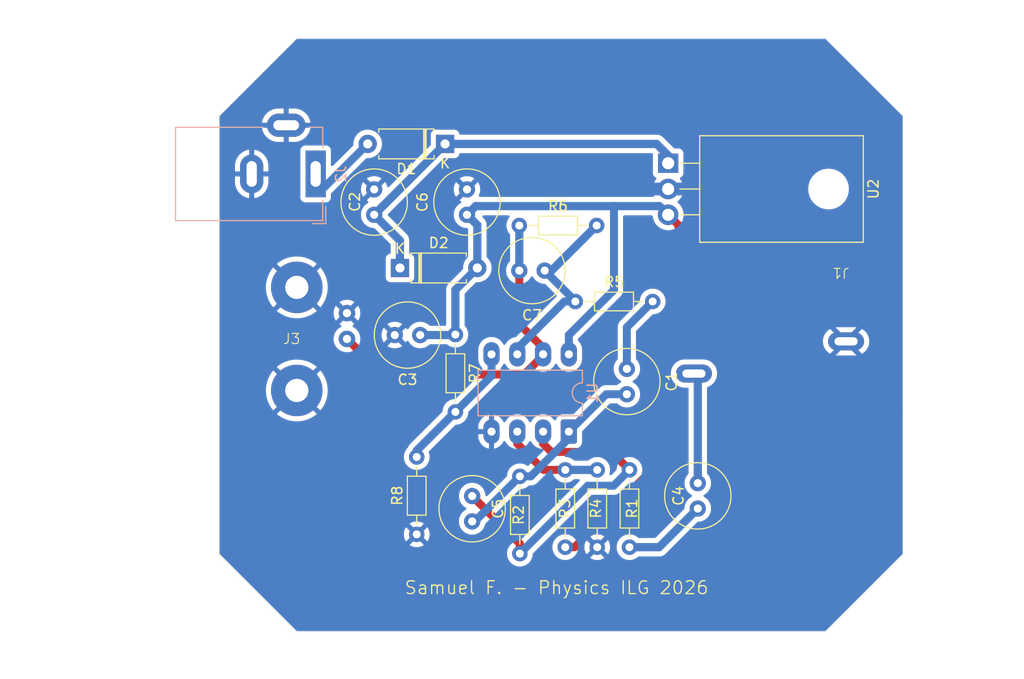
<source format=kicad_pcb>
(kicad_pcb (version 20241229) (generator "pcbnew") (generator_version "9.0")
  (layers (0 "F.Cu" signal) (2 "B.Cu" signal) (13 "F.Paste" user) (15 "B.Paste" user) (5 "F.SilkS" user "F.Silkscreen") (7 "B.SilkS" user "B.Silkscreen") (1 "F.Mask" user) (3 "B.Mask" user) (25 "Edge.Cuts" user))
  (net 0 "")
  (net 1 "Net-(C1-Pad2)")
  (net 2 "Net-(C1-Pad1)")
  (net 3 "Net-(D1-K)")
  (net 4 "GND")
  (net 5 "+5V")
  (net 6 "Net-(C4-Pad1)")
  (net 7 "Net-(C4-Pad2)")
  (net 8 "Net-(U1A--)")
  (net 9 "Net-(U1B--)")
  (net 10 "Net-(J3-In)")
  (net 11 "Net-(D1-A)")
  (net 12 "Net-(U1A-+)")
  (net 13 "Net-(U1B-+)")
  (footprint "Library:BNC jack" (layer "F.Cu") (at 129.54 95.63825)
    (property "Reference" "J3" (at 0 0 0) (layer "F.SilkS") (effects (font (thickness 0.1))))
    (property "Value" "Conn_Coaxial")
    (fp_line (start -7.112 -7.874) (end -7.112 7.874) (stroke (width 0.05)) (layer "Edge.Cuts"))
    (pad "1" thru_hole circle (at 5.4483 0 180) (size 1.6256 1.6256) (drill 0.8128) (layers "*.Cu" "*.Mask") (net 10 "Net-(J3-In)"))
    (pad "2" thru_hole circle (at 0.508 -5.08 180) (size 5.08 5.08) (drill 2.286) (layers "*.Cu" "*.Mask") (net 4 "GND"))
    (pad "2" thru_hole circle (at 0.508 5.08 180) (size 5.08 5.08) (drill 2.286) (layers "*.Cu" "*.Mask") (net 4 "GND"))
    (pad "2" thru_hole circle (at 5.4483 -2.54 180) (size 1.6256 1.6256) (drill 0.8128) (layers "*.Cu" "*.Mask") (net 4 "GND"))
  )
  (footprint "Capacitor_THT:C_Radial_D6.3mm_H5.0mm_P2.50mm" (layer "F.Cu") (at 147.32 111.127605 -90)
    (property "Reference" "C5" (at 1.25 -2.54 90) (layer "F.SilkS"))
    (property "Value" "100pF")
    (fp_circle (center 1.25 0) (end 4.52 0) (stroke (width 0.12)) (fill no) (layer "F.SilkS"))
    (pad "1" thru_hole circle (at 0 0 270) (size 1.6 1.6) (drill 0.8) (layers "*.Cu" "*.Mask") (net 8 "Net-(U1A--)"))
    (pad "2" thru_hole circle (at 2.5 0 270) (size 1.6 1.6) (drill 0.8) (layers "*.Cu" "*.Mask") (net 1 "Net-(C1-Pad2)"))
  )
  (footprint "Resistor_THT:R_Axial_DIN0204_L3.6mm_D1.6mm_P7.62mm_Horizontal" (layer "F.Cu") (at 156.489 116.167605 90)
    (property "Reference" "R3" (at 3.81 -0.025 90) (layer "F.SilkS"))
    (property "Value" "10k")
    (fp_line (start 5.73 -0.92) (end 1.89 -0.92) (stroke (width 0.12)) (layer "F.SilkS"))
    (fp_line (start 1.89 -0.92) (end 1.89 0.92) (stroke (width 0.12)) (layer "F.SilkS"))
    (fp_line (start 6.68 0) (end 5.73 0) (stroke (width 0.12)) (layer "F.SilkS"))
    (fp_line (start 0.94 0) (end 1.89 0) (stroke (width 0.12)) (layer "F.SilkS"))
    (fp_line (start 5.73 0.92) (end 5.73 -0.92) (stroke (width 0.12)) (layer "F.SilkS"))
    (fp_line (start 1.89 0.92) (end 5.73 0.92) (stroke (width 0.12)) (layer "F.SilkS"))
    (pad "1" thru_hole circle (at 0 0 90) (size 1.524 1.524) (drill 0.7874) (layers "*.Cu" "*.Mask") (net 5 "+5V"))
    (pad "2" thru_hole circle (at 7.62 0 90) (size 1.524 1.524) (drill 0.7874) (layers "*.Cu" "*.Mask") (net 12 "Net-(U1A-+)"))
  )
  (footprint "Resistor_THT:R_Axial_DIN0204_L3.6mm_D1.6mm_P7.62mm_Horizontal" (layer "F.Cu") (at 141.859 114.897605 90)
    (property "Reference" "R8" (at 3.81 -1.92 90) (layer "F.SilkS"))
    (property "Value" "10k")
    (fp_line (start 5.73 -0.92) (end 1.89 -0.92) (stroke (width 0.12)) (layer "F.SilkS"))
    (fp_line (start 1.89 -0.92) (end 1.89 0.92) (stroke (width 0.12)) (layer "F.SilkS"))
    (fp_line (start 6.68 0) (end 5.73 0) (stroke (width 0.12)) (layer "F.SilkS"))
    (fp_line (start 0.94 0) (end 1.89 0) (stroke (width 0.12)) (layer "F.SilkS"))
    (fp_line (start 5.73 0.92) (end 5.73 -0.92) (stroke (width 0.12)) (layer "F.SilkS"))
    (fp_line (start 1.89 0.92) (end 5.73 0.92) (stroke (width 0.12)) (layer "F.SilkS"))
    (pad "1" thru_hole circle (at 0 0 90) (size 1.524 1.524) (drill 0.7874) (layers "*.Cu" "*.Mask") (net 4 "GND"))
    (pad "2" thru_hole circle (at 7.62 0 90) (size 1.524 1.524) (drill 0.7874) (layers "*.Cu" "*.Mask") (net 13 "Net-(U1B-+)"))
  )
  (footprint "Package_TO_SOT_THT:TO-220F-3_Horizontal_TabDown" (layer "F.Cu") (at 166.624 78.321605 -90)
    (property "Reference" "U2" (at 2.54 -20.22 90) (layer "F.SilkS"))
    (property "Value" "L7805")
    (fp_line (start -2.71 -3.11) (end 7.79 -3.11) (stroke (width 0.12)) (layer "F.SilkS"))
    (fp_line (start 0 -3.11) (end 0 -1.15) (stroke (width 0.12)) (layer "F.SilkS"))
    (fp_line (start 2.54 -3.11) (end 2.54 -1.15) (stroke (width 0.12)) (layer "F.SilkS"))
    (fp_line (start 5.08 -3.11) (end 5.08 -1.15) (stroke (width 0.12)) (layer "F.SilkS"))
    (fp_line (start -2.71 -19.22) (end -2.71 -3.11) (stroke (width 0.12)) (layer "F.SilkS"))
    (fp_line (start -2.71 -19.22) (end 7.79 -19.22) (stroke (width 0.12)) (layer "F.SilkS"))
    (fp_line (start 7.79 -19.22) (end 7.79 -3.11) (stroke (width 0.12)) (layer "F.SilkS"))
    (pad "" np_thru_hole circle (at 2.54 -15.8 270) (size 3.5 3.5) (drill 3.5) (layers "*.Cu" "*.Mask"))
    (pad "1" thru_hole rect (at 0 0 270) (size 1.905 2) (drill 1.2) (layers "*.Cu" "*.Mask") (net 3 "Net-(D1-K)"))
    (pad "2" thru_hole circle (at 2.54 0 270) (size 2.032 2.032) (drill 1.2) (layers "*.Cu" "*.Mask") (net 4 "GND") (thermal_bridge_width 1.27))
    (pad "3" thru_hole circle (at 5.08 0 270) (size 2.032 2.032) (drill 1.2) (layers "*.Cu" "*.Mask") (net 5 "+5V"))
  )
  (footprint "Resistor_THT:R_Axial_DIN0204_L3.6mm_D1.6mm_P7.62mm_Horizontal" (layer "F.Cu") (at 162.814 116.167605 90)
    (property "Reference" "R1" (at 3.81 0.254 90) (layer "F.SilkS"))
    (property "Value" "10k")
    (fp_line (start 5.73 -0.92) (end 1.89 -0.92) (stroke (width 0.12)) (layer "F.SilkS"))
    (fp_line (start 1.89 -0.92) (end 1.89 0.92) (stroke (width 0.12)) (layer "F.SilkS"))
    (fp_line (start 6.68 0) (end 5.73 0) (stroke (width 0.12)) (layer "F.SilkS"))
    (fp_line (start 0.94 0) (end 1.89 0) (stroke (width 0.12)) (layer "F.SilkS"))
    (fp_line (start 5.73 0.92) (end 5.73 -0.92) (stroke (width 0.12)) (layer "F.SilkS"))
    (fp_line (start 1.89 0.92) (end 5.73 0.92) (stroke (width 0.12)) (layer "F.SilkS"))
    (pad "1" thru_hole circle (at 0 0 90) (size 1.524 1.524) (drill 0.7874) (layers "*.Cu" "*.Mask") (net 6 "Net-(C4-Pad1)"))
    (pad "2" thru_hole circle (at 7.62 0 90) (size 1.524 1.524) (drill 0.7874) (layers "*.Cu" "*.Mask") (net 8 "Net-(U1A--)"))
  )
  (footprint "Library:quarter inch microphone jack" (layer "F.Cu") (at 183.642 88.63875 180)
    (property "Reference" "J1" (at 0 -0.5 180) (layer "F.SilkS") (effects (font (thickness 0.1))))
    (property "Value" "AudioJack2")
    (fp_line (start -6.096 -14.224) (end -6.096 -0.254) (stroke (width 0.05)) (layer "Edge.Cuts"))
    (pad "S" thru_hole oval (at -0.508 -7.239 270) (size 1.778 3.556) (drill oval 0.8128 2.286) (layers "*.Cu" "*.Mask") (net 4 "GND"))
    (pad "T" thru_hole oval (at 14.478 -10.414 270) (size 1.778 3.556) (drill oval 0.8128 2.286) (layers "*.Cu" "*.Mask") (net 7 "Net-(C4-Pad2)"))
  )
  (footprint "Resistor_THT:R_Axial_DIN0204_L3.6mm_D1.6mm_P7.62mm_Horizontal" (layer "F.Cu") (at 157.48 91.948)
    (property "Reference" "R5" (at 3.81 -1.92 0) (layer "F.SilkS"))
    (property "Value" "10k")
    (fp_line (start 0.94 0) (end 1.89 0) (stroke (width 0.12)) (layer "F.SilkS"))
    (fp_line (start 1.89 -0.92) (end 1.89 0.92) (stroke (width 0.12)) (layer "F.SilkS"))
    (fp_line (start 1.89 0.92) (end 5.73 0.92) (stroke (width 0.12)) (layer "F.SilkS"))
    (fp_line (start 5.73 -0.92) (end 1.89 -0.92) (stroke (width 0.12)) (layer "F.SilkS"))
    (fp_line (start 5.73 0.92) (end 5.73 -0.92) (stroke (width 0.12)) (layer "F.SilkS"))
    (fp_line (start 6.68 0) (end 5.73 0) (stroke (width 0.12)) (layer "F.SilkS"))
    (pad "1" thru_hole circle (at 0 0) (size 1.524 1.524) (drill 0.7874) (layers "*.Cu" "*.Mask") (net 9 "Net-(U1B--)"))
    (pad "2" thru_hole circle (at 7.62 0) (size 1.524 1.524) (drill 0.7874) (layers "*.Cu" "*.Mask") (net 2 "Net-(C1-Pad1)"))
  )
  (footprint "Resistor_THT:R_Axial_DIN0204_L3.6mm_D1.6mm_P7.62mm_Horizontal" (layer "F.Cu") (at 152.019 109.182605 -90)
    (property "Reference" "R2" (at 3.81 0.127 90) (layer "F.SilkS"))
    (property "Value" "100k")
    (fp_line (start 1.89 0.92) (end 5.73 0.92) (stroke (width 0.12)) (layer "F.SilkS"))
    (fp_line (start 5.73 0.92) (end 5.73 -0.92) (stroke (width 0.12)) (layer "F.SilkS"))
    (fp_line (start 0.94 0) (end 1.89 0) (stroke (width 0.12)) (layer "F.SilkS"))
    (fp_line (start 6.68 0) (end 5.73 0) (stroke (width 0.12)) (layer "F.SilkS"))
    (fp_line (start 1.89 -0.92) (end 1.89 0.92) (stroke (width 0.12)) (layer "F.SilkS"))
    (fp_line (start 5.73 -0.92) (end 1.89 -0.92) (stroke (width 0.12)) (layer "F.SilkS"))
    (pad "1" thru_hole circle (at 0 0 270) (size 1.524 1.524) (drill 0.7874) (layers "*.Cu" "*.Mask") (net 1 "Net-(C1-Pad2)"))
    (pad "2" thru_hole circle (at 7.62 0 270) (size 1.524 1.524) (drill 0.7874) (layers "*.Cu" "*.Mask") (net 8 "Net-(U1A--)"))
  )
  (footprint "Capacitor_THT:C_Radial_D6.3mm_H5.0mm_P2.50mm" (layer "F.Cu") (at 146.812 83.401605 90)
    (property "Reference" "C6" (at 1.25 -4.4 90) (layer "F.SilkS"))
    (property "Value" "0.1uF")
    (fp_circle (center 1.25 0) (end 4.52 0) (stroke (width 0.12)) (fill no) (layer "F.SilkS"))
    (pad "1" thru_hole circle (at 0 0 90) (size 1.6 1.6) (drill 0.8) (layers "*.Cu" "*.Mask") (net 5 "+5V"))
    (pad "2" thru_hole circle (at 2.5 0 90) (size 1.6 1.6) (drill 0.8) (layers "*.Cu" "*.Mask") (net 4 "GND"))
  )
  (footprint "Diode_THT:D_A-405_P7.62mm_Horizontal" (layer "F.Cu") (at 140.208 88.646)
    (property "Reference" "D2" (at 3.81 -2.47 0) (layer "F.SilkS"))
    (property "Value" "D")
    (fp_line (start 1.09 -1.47) (end 6.53 -1.47) (stroke (width 0.12)) (layer "F.SilkS"))
    (fp_line (start 1.09 -1.14) (end 1.09 -1.47) (stroke (width 0.12)) (layer "F.SilkS"))
    (fp_line (start 1.09 1.14) (end 1.09 1.47) (stroke (width 0.12)) (layer "F.SilkS"))
    (fp_line (start 1.09 1.47) (end 6.53 1.47) (stroke (width 0.12)) (layer "F.SilkS"))
    (fp_line (start 1.87 -1.47) (end 1.87 1.47) (stroke (width 0.12)) (layer "F.SilkS"))
    (fp_line (start 1.99 -1.47) (end 1.99 1.47) (stroke (width 0.12)) (layer "F.SilkS"))
    (fp_line (start 2.11 -1.47) (end 2.11 1.47) (stroke (width 0.12)) (layer "F.SilkS"))
    (fp_line (start 6.53 -1.47) (end 6.53 -1.14) (stroke (width 0.12)) (layer "F.SilkS"))
    (fp_line (start 6.53 1.47) (end 6.53 1.14) (stroke (width 0.12)) (layer "F.SilkS"))
    (fp_text user "K" (at 0 -1.9 0) (layer "F.SilkS"))
    (pad "1" thru_hole rect (at 0 0) (size 1.8 1.8) (drill 0.9) (layers "*.Cu" "*.Mask") (net 3 "Net-(D1-K)"))
    (pad "2" thru_hole oval (at 7.62 0) (size 1.8 1.8) (drill 0.9) (layers "*.Cu" "*.Mask") (net 5 "+5V"))
  )
  (footprint "Resistor_THT:R_Axial_DIN0204_L3.6mm_D1.6mm_P7.62mm_Horizontal" (layer "F.Cu") (at 151.964 84.457605)
    (property "Reference" "R6" (at 3.81 -1.92 0) (layer "F.SilkS"))
    (property "Value" "100k")
    (fp_line (start 0.94 0) (end 1.89 0) (stroke (width 0.12)) (layer "F.SilkS"))
    (fp_line (start 1.89 -0.92) (end 1.89 0.92) (stroke (width 0.12)) (layer "F.SilkS"))
    (fp_line (start 1.89 0.92) (end 5.73 0.92) (stroke (width 0.12)) (layer "F.SilkS"))
    (fp_line (start 5.73 -0.92) (end 1.89 -0.92) (stroke (width 0.12)) (layer "F.SilkS"))
    (fp_line (start 5.73 0.92) (end 5.73 -0.92) (stroke (width 0.12)) (layer "F.SilkS"))
    (fp_line (start 6.68 0) (end 5.73 0) (stroke (width 0.12)) (layer "F.SilkS"))
    (pad "1" thru_hole circle (at 0 0) (size 1.524 1.524) (drill 0.7874) (layers "*.Cu" "*.Mask") (net 10 "Net-(J3-In)"))
    (pad "2" thru_hole circle (at 7.62 0) (size 1.524 1.524) (drill 0.7874) (layers "*.Cu" "*.Mask") (net 9 "Net-(U1B--)"))
  )
  (footprint "Capacitor_THT:C_Radial_D6.3mm_H5.0mm_P2.50mm" (layer "F.Cu") (at 137.668 83.401605 90)
    (property "Reference" "C2" (at 1.27 -1.905 90) (layer "F.SilkS"))
    (property "Value" "0.22uF")
    (fp_circle (center 1.25 0) (end 4.52 0) (stroke (width 0.12)) (fill no) (layer "F.SilkS"))
    (pad "1" thru_hole circle (at 0 0 90) (size 1.6 1.6) (drill 0.8) (layers "*.Cu" "*.Mask") (net 3 "Net-(D1-K)"))
    (pad "2" thru_hole circle (at 2.5 0 90) (size 1.6 1.6) (drill 0.8) (layers "*.Cu" "*.Mask") (net 4 "GND"))
  )
  (footprint "Capacitor_THT:C_Radial_D6.3mm_H5.0mm_P2.50mm" (layer "F.Cu") (at 154.464 88.902605 180)
    (property "Reference" "C7" (at 1.25 -4.4 0) (layer "F.SilkS"))
    (property "Value" "100pF")
    (fp_circle (center 1.25 0) (end 4.52 0) (stroke (width 0.12)) (fill no) (layer "F.SilkS"))
    (pad "1" thru_hole circle (at 0 0 180) (size 1.6 1.6) (drill 0.8) (layers "*.Cu" "*.Mask") (net 9 "Net-(U1B--)"))
    (pad "2" thru_hole circle (at 2.5 0 180) (size 1.6 1.6) (drill 0.8) (layers "*.Cu" "*.Mask") (net 10 "Net-(J3-In)"))
  )
  (footprint "Capacitor_THT:C_Radial_D6.3mm_H5.0mm_P2.50mm" (layer "F.Cu") (at 142.2 95.257735 180)
    (property "Reference" "C3" (at 1.25 -4.4 0) (layer "F.SilkS"))
    (property "Value" "0.22uF")
    (fp_circle (center 1.25 0) (end 4.52 0) (stroke (width 0.12)) (fill no) (layer "F.SilkS"))
    (pad "1" thru_hole circle (at 0 0 180) (size 1.6 1.6) (drill 0.8) (layers "*.Cu" "*.Mask") (net 5 "+5V"))
    (pad "2" thru_hole circle (at 2.5 0 180) (size 1.6 1.6) (drill 0.8) (layers "*.Cu" "*.Mask") (net 4 "GND"))
  )
  (footprint "Diode_THT:D_A-405_P7.62mm_Horizontal" (layer "F.Cu") (at 144.653 76.416605 180)
    (property "Reference" "D1" (at 3.81 -2.47 0) (layer "F.SilkS"))
    (property "Value" "D")
    (fp_line (start 6.53 1.47) (end 6.53 1.14) (stroke (width 0.12)) (layer "F.SilkS"))
    (fp_line (start 6.53 -1.47) (end 6.53 -1.14) (stroke (width 0.12)) (layer "F.SilkS"))
    (fp_line (start 2.11 -1.47) (end 2.11 1.47) (stroke (width 0.12)) (layer "F.SilkS"))
    (fp_line (start 1.99 -1.47) (end 1.99 1.47) (stroke (width 0.12)) (layer "F.SilkS"))
    (fp_line (start 1.87 -1.47) (end 1.87 1.47) (stroke (width 0.12)) (layer "F.SilkS"))
    (fp_line (start 1.09 1.47) (end 6.53 1.47) (stroke (width 0.12)) (layer "F.SilkS"))
    (fp_line (start 1.09 1.14) (end 1.09 1.47) (stroke (width 0.12)) (layer "F.SilkS"))
    (fp_line (start 1.09 -1.14) (end 1.09 -1.47) (stroke (width 0.12)) (layer "F.SilkS"))
    (fp_line (start 1.09 -1.47) (end 6.53 -1.47) (stroke (width 0.12)) (layer "F.SilkS"))
    (fp_text user "K" (at 0 -1.9 0) (layer "F.SilkS"))
    (pad "1" thru_hole rect (at 0 0 180) (size 1.8 1.8) (drill 0.9) (layers "*.Cu" "*.Mask") (net 3 "Net-(D1-K)"))
    (pad "2" thru_hole oval (at 7.62 0 180) (size 1.8 1.8) (drill 0.9) (layers "*.Cu" "*.Mask") (net 11 "Net-(D1-A)"))
  )
  (footprint "Resistor_THT:R_Axial_DIN0204_L3.6mm_D1.6mm_P7.62mm_Horizontal" (layer "F.Cu") (at 159.639 116.167605 90)
    (property "Reference" "R4" (at 3.81 -0.127 90) (layer "F.SilkS"))
    (property "Value" "10k")
    (fp_line (start 5.73 -0.92) (end 1.89 -0.92) (stroke (width 0.12)) (layer "F.SilkS"))
    (fp_line (start 1.89 -0.92) (end 1.89 0.92) (stroke (width 0.12)) (layer "F.SilkS"))
    (fp_line (start 6.68 0) (end 5.73 0) (stroke (width 0.12)) (layer "F.SilkS"))
    (fp_line (start 0.94 0) (end 1.89 0) (stroke (width 0.12)) (layer "F.SilkS"))
    (fp_line (start 5.73 0.92) (end 5.73 -0.92) (stroke (width 0.12)) (layer "F.SilkS"))
    (fp_line (start 1.89 0.92) (end 5.73 0.92) (stroke (width 0.12)) (layer "F.SilkS"))
    (pad "1" thru_hole circle (at 0 0 90) (size 1.524 1.524) (drill 0.7874) (layers "*.Cu" "*.Mask") (net 4 "GND"))
    (pad "2" thru_hole circle (at 7.62 0 90) (size 1.524 1.524) (drill 0.7874) (layers "*.Cu" "*.Mask") (net 12 "Net-(U1A-+)"))
  )
  (footprint "Capacitor_THT:C_Radial_D6.3mm_H5.0mm_P2.50mm" (layer "F.Cu") (at 162.56 98.592 -90)
    (property "Reference" "C1" (at 1.25 -4.4 90) (layer "F.SilkS"))
    (property "Value" "1uF")
    (fp_circle (center 1.25 0) (end 4.52 0) (stroke (width 0.12)) (fill no) (layer "F.SilkS"))
    (pad "1" thru_hole circle (at 0 0 270) (size 1.6 1.6) (drill 0.8) (layers "*.Cu" "*.Mask") (net 2 "Net-(C1-Pad1)"))
    (pad "2" thru_hole circle (at 2.5 0 270) (size 1.6 1.6) (drill 0.8) (layers "*.Cu" "*.Mask") (net 1 "Net-(C1-Pad2)"))
  )
  (footprint "Resistor_THT:R_Axial_DIN0204_L3.6mm_D1.6mm_P7.62mm_Horizontal" (layer "F.Cu") (at 145.669 95.212605 -90)
    (property "Reference" "R7" (at 3.81 -1.92 90) (layer "F.SilkS"))
    (property "Value" "10k")
    (fp_line (start 1.89 0.92) (end 5.73 0.92) (stroke (width 0.12)) (layer "F.SilkS"))
    (fp_line (start 5.73 0.92) (end 5.73 -0.92) (stroke (width 0.12)) (layer "F.SilkS"))
    (fp_line (start 0.94 0) (end 1.89 0) (stroke (width 0.12)) (layer "F.SilkS"))
    (fp_line (start 6.68 0) (end 5.73 0) (stroke (width 0.12)) (layer "F.SilkS"))
    (fp_line (start 1.89 -0.92) (end 1.89 0.92) (stroke (width 0.12)) (layer "F.SilkS"))
    (fp_line (start 5.73 -0.92) (end 1.89 -0.92) (stroke (width 0.12)) (layer "F.SilkS"))
    (pad "1" thru_hole circle (at 0 0 270) (size 1.524 1.524) (drill 0.7874) (layers "*.Cu" "*.Mask") (net 5 "+5V"))
    (pad "2" thru_hole circle (at 7.62 0 270) (size 1.524 1.524) (drill 0.7874) (layers "*.Cu" "*.Mask") (net 13 "Net-(U1B-+)"))
  )
  (footprint "Capacitor_THT:C_Radial_D6.3mm_H5.0mm_P2.50mm" (layer "F.Cu") (at 169.545 112.357605 90)
    (property "Reference" "C4" (at 1.25 -1.905 90) (layer "F.SilkS"))
    (property "Value" "1uF")
    (fp_circle (center 1.25 0) (end 4.52 0) (stroke (width 0.12)) (fill no) (layer "F.SilkS"))
    (pad "1" thru_hole circle (at 0 0 90) (size 1.6 1.6) (drill 0.8) (layers "*.Cu" "*.Mask") (net 6 "Net-(C4-Pad1)"))
    (pad "2" thru_hole circle (at 2.5 0 90) (size 1.6 1.6) (drill 0.8) (layers "*.Cu" "*.Mask") (net 7 "Net-(C4-Pad2)"))
  )
  (footprint "Connector_BarrelJack:BarrelJack_GCT_DCJ200-10-A_Horizontal" (layer "B.Cu") (at 131.903 79.375 90)
    (property "Reference" "J2" (at 0 2.5 90) (layer "B.SilkS") (effects (justify mirror)))
    (property "Value" "Barrel_Jack_Switch")
    (fp_line (start 4.6 -13.8) (end -4.6 -13.8) (stroke (width 0.12)) (layer "B.SilkS"))
    (fp_line (start -4.6 -13.8) (end -4.6 0.7) (stroke (width 0.12)) (layer "B.SilkS"))
    (fp_line (start 4.6 -5.2) (end 4.6 -13.8) (stroke (width 0.12)) (layer "B.SilkS"))
    (fp_line (start 4.6 0.7) (end 4.6 -0.6) (stroke (width 0.12)) (layer "B.SilkS"))
    (fp_line (start 2.6 0.7) (end 4.6 0.7) (stroke (width 0.12)) (layer "B.SilkS"))
    (fp_line (start -4.6 0.7) (end -2.6 0.7) (stroke (width 0.12)) (layer "B.SilkS"))
    (fp_line (start -3.2 1) (end -4.9 1) (stroke (width 0.12)) (layer "B.SilkS"))
    (fp_line (start -4.9 1) (end -4.9 -0.3) (stroke (width 0.12)) (layer "B.SilkS"))
    (pad "1" thru_hole rect (at 0 0 90) (size 4.6 2) (drill oval 2.54 1.016) (layers "*.Cu" "*.Mask") (net 11 "Net-(D1-A)"))
    (pad "2" thru_hole oval (at 0 -6.3) (size 2.286 3.81) (drill oval 1.016 2.54) (layers "*.Cu" "*.Mask") (net 4 "GND"))
    (pad "3" thru_hole oval (at 4.8 -2.9 90) (size 2.286 3.81) (drill oval 1 2.54) (layers "*.Cu" "*.Mask") (net 4 "GND"))
  )
  (footprint "Package_DIP:DIP-8_W7.62mm_LongPads" (layer "B.Cu") (at 156.845 104.775 90)
    (property "Reference" "U1" (at 3.81 2.33 90) (layer "B.SilkS") (effects (justify mirror)))
    (property "Value" "LM358")
    (fp_line (start 6.06 -8.95) (end 6.06 1.33) (stroke (width 0.12)) (layer "B.SilkS"))
    (fp_line (start 1.56 -8.95) (end 6.06 -8.95) (stroke (width 0.12)) (layer "B.SilkS"))
    (fp_line (start 6.06 1.33) (end 4.81 1.33) (stroke (width 0.12)) (layer "B.SilkS"))
    (fp_line (start 2.81 1.33) (end 1.56 1.33) (stroke (width 0.12)) (layer "B.SilkS"))
    (fp_line (start 1.56 1.33) (end 1.56 -8.95) (stroke (width 0.12)) (layer "B.SilkS"))
    (fp_arc (start 2.81 1.33) (mid 3.81 0.33) (end 4.81 1.33) (stroke (width 0.12)) (layer "B.SilkS"))
    (pad "1" thru_hole roundrect (at 0 0 90) (size 2.4 1.6) (drill 0.8) (layers "*.Cu" "*.Mask") (roundrect_rratio 0.15625) (net 1 "Net-(C1-Pad2)"))
    (pad "2" thru_hole oval (at 0 -2.54 90) (size 2.4 1.6) (drill 0.8) (layers "*.Cu" "*.Mask") (net 8 "Net-(U1A--)"))
    (pad "3" thru_hole oval (at 0 -5.08 90) (size 2.4 1.6) (drill 0.8) (layers "*.Cu" "*.Mask") (net 12 "Net-(U1A-+)"))
    (pad "4" thru_hole oval (at 0 -7.62 90) (size 2.4 1.6) (drill 0.8) (layers "*.Cu" "*.Mask") (net 4 "GND"))
    (pad "5" thru_hole oval (at 7.62 -7.62 90) (size 2.4 1.6) (drill 0.8) (layers "*.Cu" "*.Mask") (net 13 "Net-(U1B-+)"))
    (pad "6" thru_hole oval (at 7.62 -5.08 90) (size 2.4 1.6) (drill 0.8) (layers "*.Cu" "*.Mask") (net 9 "Net-(U1B--)"))
    (pad "7" thru_hole oval (at 7.62 -2.54 90) (size 2.4 1.6) (drill 0.8) (layers "*.Cu" "*.Mask") (net 10 "Net-(J3-In)"))
    (pad "8" thru_hole oval (at 7.62 0 90) (size 2.4 1.6) (drill 0.8) (layers "*.Cu" "*.Mask") (net 5 "+5V"))
  )
  (gr_line (start 130.048 66.04) (end 122.428 73.66) (stroke (width 0.05)) (layer "Edge.Cuts"))
  (gr_line (start 189.738 88.89275) (end 189.738 73.66) (stroke (width 0.05)) (layer "Edge.Cuts"))
  (gr_line (start 122.428 103.51225) (end 122.428 116.84) (stroke (width 0.05)) (layer "Edge.Cuts"))
  (gr_line (start 182.118 66.04) (end 189.738 73.66) (stroke (width 0.05)) (layer "Edge.Cuts"))
  (gr_line (start 189.738 102.86275) (end 189.738 116.84) (stroke (width 0.05)) (layer "Edge.Cuts"))
  (gr_line (start 182.118 124.46) (end 130.048 124.46) (stroke (width 0.05)) (layer "Edge.Cuts"))
  (gr_line (start 130.048 124.46) (end 122.428 116.84) (stroke (width 0.05)) (layer "Edge.Cuts"))
  (gr_line (start 130.048 66.04) (end 182.118 66.04) (stroke (width 0.05)) (layer "Edge.Cuts"))
  (gr_line (start 122.428 87.76425) (end 122.428 73.66) (stroke (width 0.05)) (layer "Edge.Cuts"))
  (gr_line (start 182.118 124.46) (end 189.738 116.84) (stroke (width 0.05)) (layer "Edge.Cuts"))
  (gr_text "Samuel F. - Physics ILG 2026" (at 170.688 120.904 0) (layer "F.SilkS") (effects (font (size 1.27 1.27) (thickness 0.127)) (justify right bottom)))
  (segment (start 147.574 113.627605) (end 152.019 109.182605) (width 0.7874) (layer "B.Cu") (net 1))
  (segment (start 152.019 109.182605) (end 153.09663 109.182605) (width 0.7874) (layer "B.Cu") (net 1))
  (segment (start 153.09663 109.182605) (end 156.845 105.434235) (width 0.7874) (layer "B.Cu") (net 1))
  (segment (start 162.56 101.092) (end 160.528 101.092) (width 0.7874) (layer "B.Cu") (net 1))
  (segment (start 160.528 101.092) (end 156.845 104.775) (width 0.7874) (layer "B.Cu") (net 1))
  (segment (start 147.32 113.627605) (end 147.574 113.627605) (width 0.7874) (layer "B.Cu") (net 1))
  (segment (start 156.845 105.434235) (end 156.845 104.775) (width 0.7874) (layer "B.Cu") (net 1))
  (segment (start 162.56 94.488) (end 165.1 91.948) (width 0.7874) (layer "B.Cu") (net 2))
  (segment (start 162.56 98.592) (end 162.56 94.488) (width 0.7874) (layer "B.Cu") (net 2))
  (segment (start 165.481 76.416605) (end 166.624 77.559605) (width 0.8128) (layer "B.Cu") (net 3))
  (segment (start 140.208 88.646) (end 140.208 85.941605) (width 0.8128) (layer "B.Cu") (net 3))
  (segment (start 137.668 83.401605) (end 144.653 76.416605) (width 0.8128) (layer "B.Cu") (net 3))
  (segment (start 140.208 85.941605) (end 137.668 83.401605) (width 0.8128) (layer "B.Cu") (net 3))
  (segment (start 144.653 76.416605) (end 165.481 76.416605) (width 0.8128) (layer "B.Cu") (net 3))
  (segment (start 166.624 77.559605) (end 166.624 78.321605) (width 0.8128) (layer "B.Cu") (net 3))
  (segment (start 167.639999 93.980001) (end 167.639999 84.417604) (width 0.7874) (layer "F.Cu") (net 5))
  (segment (start 157.404557 116.167605) (end 165.735 107.837162) (width 0.7874) (layer "F.Cu") (net 5))
  (segment (start 167.639999 84.417604) (end 166.624 83.401605) (width 0.7874) (layer "F.Cu") (net 5))
  (segment (start 156.489 116.167605) (end 157.404557 116.167605) (width 0.7874) (layer "F.Cu") (net 5))
  (segment (start 165.735 95.885) (end 167.639999 93.980001) (width 0.7874) (layer "F.Cu") (net 5))
  (segment (start 165.735 107.837162) (end 165.735 95.885) (width 0.7874) (layer "F.Cu") (net 5))
  (segment (start 147.665157 82.548448) (end 161.29 82.548448) (width 0.8128) (layer "B.Cu") (net 5))
  (segment (start 161.29 82.548448) (end 165.770843 82.548448) (width 0.8128) (layer "B.Cu") (net 5))
  (segment (start 145.62387 95.257735) (end 145.669 95.212605) (width 0.8128) (layer "B.Cu") (net 5))
  (segment (start 156.845 95.25) (end 161.29 90.805) (width 0.7874) (layer "B.Cu") (net 5))
  (segment (start 156.845 97.155) (end 156.845 95.25) (width 0.7874) (layer "B.Cu") (net 5))
  (segment (start 146.812 83.401605) (end 147.665157 82.548448) (width 0.8128) (layer "B.Cu") (net 5))
  (segment (start 147.828 84.417605) (end 146.812 83.401605) (width 0.8128) (layer "B.Cu") (net 5))
  (segment (start 165.770843 82.548448) (end 166.624 83.401605) (width 0.8128) (layer "B.Cu") (net 5))
  (segment (start 147.828 88.646) (end 147.828 84.417605) (width 0.8128) (layer "B.Cu") (net 5))
  (segment (start 145.669 95.212605) (end 145.669 90.805) (width 0.8128) (layer "B.Cu") (net 5))
  (segment (start 145.669 90.805) (end 147.828 88.646) (width 0.8128) (layer "B.Cu") (net 5))
  (segment (start 161.29 90.805) (end 161.29 82.548448) (width 0.7874) (layer "B.Cu") (net 5))
  (segment (start 142.2 95.257735) (end 145.62387 95.257735) (width 0.8128) (layer "B.Cu") (net 5))
  (segment (start 162.814 116.167605) (end 165.735 116.167605) (width 0.8128) (layer "B.Cu") (net 6))
  (segment (start 165.735 116.167605) (end 169.545 112.357605) (width 0.8128) (layer "B.Cu") (net 6))
  (segment (start 169.545 109.857605) (end 169.545 99.43375) (width 0.8128) (layer "B.Cu") (net 7))
  (segment (start 169.545 99.43375) (end 169.164 99.05275) (width 0.8128) (layer "B.Cu") (net 7))
  (segment (start 161.042495 106.7761) (end 162.814 108.547605) (width 0.7874) (layer "F.Cu") (net 8))
  (segment (start 152.019 115.826605) (end 147.32 111.127605) (width 0.7874) (layer "F.Cu") (net 8))
  (segment (start 152.019 116.802605) (end 152.019 115.826605) (width 0.7874) (layer "F.Cu") (net 8))
  (segment (start 155.1187 106.7761) (end 161.042495 106.7761) (width 0.7874) (layer "F.Cu") (net 8))
  (segment (start 154.305 104.775) (end 154.305 105.9624) (width 0.7874) (layer "F.Cu") (net 8))
  (segment (start 154.305 105.9624) (end 155.1187 106.7761) (width 0.7874) (layer "F.Cu") (net 8))
  (segment (start 161.2509 110.110705) (end 158.7109 110.110705) (width 0.7874) (layer "B.Cu") (net 8))
  (segment (start 162.814 108.547605) (end 161.2509 110.110705) (width 0.7874) (layer "B.Cu") (net 8))
  (segment (start 158.7109 110.110705) (end 152.019 116.802605) (width 0.7874) (layer "B.Cu") (net 8))
  (segment (start 151.765 96.58537) (end 151.765 97.155) (width 0.7874) (layer "B.Cu") (net 9))
  (segment (start 157.48 91.948) (end 156.40237 91.948) (width 0.7874) (layer "B.Cu") (net 9))
  (segment (start 157.48 91.948) (end 157.48 91.918605) (width 0.7874) (layer "B.Cu") (net 9))
  (segment (start 157.48 91.918605) (end 154.464 88.902605) (width 0.7874) (layer "B.Cu") (net 9))
  (segment (start 156.40237 91.948) (end 151.765 96.58537) (width 0.7874) (layer "B.Cu") (net 9))
  (segment (start 154.464 88.902605) (end 155.139 88.902605) (width 0.8128) (layer "B.Cu") (net 9))
  (segment (start 155.139 88.902605) (end 159.584 84.457605) (width 0.8128) (layer "B.Cu") (net 9))
  (segment (start 151.964 94.179) (end 151.964 88.902605) (width 0.7874) (layer "F.Cu") (net 10))
  (segment (start 154.305 97.155) (end 154.305 96.52) (width 0.7874) (layer "F.Cu") (net 10))
  (segment (start 154.305 97.279297) (end 154.305 97.155) (width 0.7874) (layer "F.Cu") (net 10))
  (segment (start 152.428197 99.1561) (end 154.305 97.279297) (width 0.7874) (layer "F.Cu") (net 10))
  (segment (start 154.305 96.52) (end 151.964 94.179) (width 0.7874) (layer "F.Cu") (net 10))
  (segment (start 138.50615 99.1561) (end 152.428197 99.1561) (width 0.7874) (layer "F.Cu") (net 10))
  (segment (start 134.9883 95.63825) (end 138.50615 99.1561) (width 0.7874) (layer "F.Cu") (net 10))
  (segment (start 151.964 84.457605) (end 151.964 88.902605) (width 0.8128) (layer "B.Cu") (net 10))
  (segment (start 132.804605 80.645) (end 137.033 76.416605) (width 0.7874) (layer "B.Cu") (net 11))
  (segment (start 131.903 80.645) (end 132.804605 80.645) (width 0.7874) (layer "B.Cu") (net 11))
  (segment (start 151.765 104.775) (end 151.765 105.9624) (width 0.7874) (layer "F.Cu") (net 12))
  (segment (start 151.765 105.9624) (end 154.350205 108.547605) (width 0.7874) (layer "F.Cu") (net 12))
  (segment (start 154.350205 108.547605) (end 156.489 108.547605) (width 0.7874) (layer "F.Cu") (net 12))
  (segment (start 156.489 108.547605) (end 159.639 108.547605) (width 0.8128) (layer "B.Cu") (net 12))
  (segment (start 141.859 106.642605) (end 145.669 102.832605) (width 0.8128) (layer "B.Cu") (net 13))
  (segment (start 141.859 107.277605) (end 141.859 106.642605) (width 0.8128) (layer "B.Cu") (net 13))
  (segment (start 149.225 97.155) (end 149.225 99.276605) (width 0.7874) (layer "B.Cu") (net 13))
  (segment (start 149.225 99.276605) (end 145.669 102.832605) (width 0.7874) (layer "B.Cu") (net 13))
  (zone (net 4) (net_name "GND") (layer "B.Cu") (connect_pads (clearance 0.5)) (min_thickness 0.25) (fill yes (thermal_gap 0.5) (thermal_bridge_width 0.5))
    (polygon (pts (xy 120.015 62.23) (xy 192.786 62.23) (xy 192.786 129.159) (xy 120.015 129.159)))
  )
)
</source>
